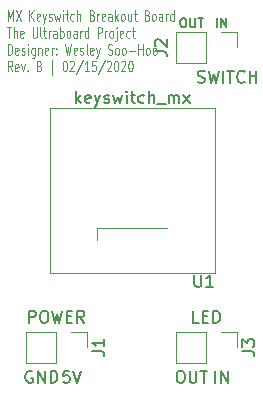
<source format=gbr>
G04 #@! TF.GenerationSoftware,KiCad,Pcbnew,5.1.5*
G04 #@! TF.CreationDate,2020-02-15T20:36:58-05:00*
G04 #@! TF.ProjectId,mx,6d782e6b-6963-4616-945f-706362585858,B*
G04 #@! TF.SameCoordinates,Original*
G04 #@! TF.FileFunction,Legend,Top*
G04 #@! TF.FilePolarity,Positive*
%FSLAX46Y46*%
G04 Gerber Fmt 4.6, Leading zero omitted, Abs format (unit mm)*
G04 Created by KiCad (PCBNEW 5.1.5) date 2020-02-15 20:36:58*
%MOMM*%
%LPD*%
G04 APERTURE LIST*
%ADD10C,0.101600*%
%ADD11C,0.150000*%
%ADD12C,0.152400*%
%ADD13C,0.120000*%
G04 APERTURE END LIST*
D10*
X124169230Y-104421516D02*
X124169230Y-103532516D01*
X124380897Y-104167516D01*
X124592563Y-103532516D01*
X124592563Y-104421516D01*
X124834468Y-103532516D02*
X125257801Y-104421516D01*
X125257801Y-103532516D02*
X124834468Y-104421516D01*
X125983516Y-104421516D02*
X125983516Y-103532516D01*
X126346373Y-104421516D02*
X126074230Y-103913516D01*
X126346373Y-103532516D02*
X125983516Y-104040516D01*
X126860420Y-104379183D02*
X126799944Y-104421516D01*
X126678992Y-104421516D01*
X126618516Y-104379183D01*
X126588278Y-104294516D01*
X126588278Y-103955850D01*
X126618516Y-103871183D01*
X126678992Y-103828850D01*
X126799944Y-103828850D01*
X126860420Y-103871183D01*
X126890659Y-103955850D01*
X126890659Y-104040516D01*
X126588278Y-104125183D01*
X127102325Y-103828850D02*
X127253516Y-104421516D01*
X127404706Y-103828850D02*
X127253516Y-104421516D01*
X127193040Y-104633183D01*
X127162801Y-104675516D01*
X127102325Y-104717850D01*
X127616373Y-104379183D02*
X127676849Y-104421516D01*
X127797801Y-104421516D01*
X127858278Y-104379183D01*
X127888516Y-104294516D01*
X127888516Y-104252183D01*
X127858278Y-104167516D01*
X127797801Y-104125183D01*
X127707087Y-104125183D01*
X127646611Y-104082850D01*
X127616373Y-103998183D01*
X127616373Y-103955850D01*
X127646611Y-103871183D01*
X127707087Y-103828850D01*
X127797801Y-103828850D01*
X127858278Y-103871183D01*
X128100182Y-103828850D02*
X128221135Y-104421516D01*
X128342087Y-103998183D01*
X128463040Y-104421516D01*
X128583992Y-103828850D01*
X128825897Y-104421516D02*
X128825897Y-103828850D01*
X128825897Y-103532516D02*
X128795659Y-103574850D01*
X128825897Y-103617183D01*
X128856135Y-103574850D01*
X128825897Y-103532516D01*
X128825897Y-103617183D01*
X129037563Y-103828850D02*
X129279468Y-103828850D01*
X129128278Y-103532516D02*
X129128278Y-104294516D01*
X129158516Y-104379183D01*
X129218992Y-104421516D01*
X129279468Y-104421516D01*
X129763278Y-104379183D02*
X129702801Y-104421516D01*
X129581849Y-104421516D01*
X129521373Y-104379183D01*
X129491135Y-104336850D01*
X129460897Y-104252183D01*
X129460897Y-103998183D01*
X129491135Y-103913516D01*
X129521373Y-103871183D01*
X129581849Y-103828850D01*
X129702801Y-103828850D01*
X129763278Y-103871183D01*
X130035420Y-104421516D02*
X130035420Y-103532516D01*
X130307563Y-104421516D02*
X130307563Y-103955850D01*
X130277325Y-103871183D01*
X130216849Y-103828850D01*
X130126135Y-103828850D01*
X130065659Y-103871183D01*
X130035420Y-103913516D01*
X131305420Y-103955850D02*
X131396135Y-103998183D01*
X131426373Y-104040516D01*
X131456611Y-104125183D01*
X131456611Y-104252183D01*
X131426373Y-104336850D01*
X131396135Y-104379183D01*
X131335659Y-104421516D01*
X131093754Y-104421516D01*
X131093754Y-103532516D01*
X131305420Y-103532516D01*
X131365897Y-103574850D01*
X131396135Y-103617183D01*
X131426373Y-103701850D01*
X131426373Y-103786516D01*
X131396135Y-103871183D01*
X131365897Y-103913516D01*
X131305420Y-103955850D01*
X131093754Y-103955850D01*
X131728754Y-104421516D02*
X131728754Y-103828850D01*
X131728754Y-103998183D02*
X131758992Y-103913516D01*
X131789230Y-103871183D01*
X131849706Y-103828850D01*
X131910182Y-103828850D01*
X132363754Y-104379183D02*
X132303278Y-104421516D01*
X132182325Y-104421516D01*
X132121849Y-104379183D01*
X132091611Y-104294516D01*
X132091611Y-103955850D01*
X132121849Y-103871183D01*
X132182325Y-103828850D01*
X132303278Y-103828850D01*
X132363754Y-103871183D01*
X132393992Y-103955850D01*
X132393992Y-104040516D01*
X132091611Y-104125183D01*
X132938278Y-104421516D02*
X132938278Y-103955850D01*
X132908040Y-103871183D01*
X132847563Y-103828850D01*
X132726611Y-103828850D01*
X132666135Y-103871183D01*
X132938278Y-104379183D02*
X132877801Y-104421516D01*
X132726611Y-104421516D01*
X132666135Y-104379183D01*
X132635897Y-104294516D01*
X132635897Y-104209850D01*
X132666135Y-104125183D01*
X132726611Y-104082850D01*
X132877801Y-104082850D01*
X132938278Y-104040516D01*
X133240659Y-104421516D02*
X133240659Y-103532516D01*
X133301135Y-104082850D02*
X133482563Y-104421516D01*
X133482563Y-103828850D02*
X133240659Y-104167516D01*
X133845420Y-104421516D02*
X133784944Y-104379183D01*
X133754706Y-104336850D01*
X133724468Y-104252183D01*
X133724468Y-103998183D01*
X133754706Y-103913516D01*
X133784944Y-103871183D01*
X133845420Y-103828850D01*
X133936135Y-103828850D01*
X133996611Y-103871183D01*
X134026849Y-103913516D01*
X134057087Y-103998183D01*
X134057087Y-104252183D01*
X134026849Y-104336850D01*
X133996611Y-104379183D01*
X133936135Y-104421516D01*
X133845420Y-104421516D01*
X134601373Y-103828850D02*
X134601373Y-104421516D01*
X134329230Y-103828850D02*
X134329230Y-104294516D01*
X134359468Y-104379183D01*
X134419944Y-104421516D01*
X134510659Y-104421516D01*
X134571135Y-104379183D01*
X134601373Y-104336850D01*
X134813040Y-103828850D02*
X135054944Y-103828850D01*
X134903754Y-103532516D02*
X134903754Y-104294516D01*
X134933992Y-104379183D01*
X134994468Y-104421516D01*
X135054944Y-104421516D01*
X135962087Y-103955850D02*
X136052801Y-103998183D01*
X136083040Y-104040516D01*
X136113278Y-104125183D01*
X136113278Y-104252183D01*
X136083040Y-104336850D01*
X136052801Y-104379183D01*
X135992325Y-104421516D01*
X135750420Y-104421516D01*
X135750420Y-103532516D01*
X135962087Y-103532516D01*
X136022563Y-103574850D01*
X136052801Y-103617183D01*
X136083040Y-103701850D01*
X136083040Y-103786516D01*
X136052801Y-103871183D01*
X136022563Y-103913516D01*
X135962087Y-103955850D01*
X135750420Y-103955850D01*
X136476135Y-104421516D02*
X136415659Y-104379183D01*
X136385420Y-104336850D01*
X136355182Y-104252183D01*
X136355182Y-103998183D01*
X136385420Y-103913516D01*
X136415659Y-103871183D01*
X136476135Y-103828850D01*
X136566849Y-103828850D01*
X136627325Y-103871183D01*
X136657563Y-103913516D01*
X136687801Y-103998183D01*
X136687801Y-104252183D01*
X136657563Y-104336850D01*
X136627325Y-104379183D01*
X136566849Y-104421516D01*
X136476135Y-104421516D01*
X137232087Y-104421516D02*
X137232087Y-103955850D01*
X137201849Y-103871183D01*
X137141373Y-103828850D01*
X137020420Y-103828850D01*
X136959944Y-103871183D01*
X137232087Y-104379183D02*
X137171611Y-104421516D01*
X137020420Y-104421516D01*
X136959944Y-104379183D01*
X136929706Y-104294516D01*
X136929706Y-104209850D01*
X136959944Y-104125183D01*
X137020420Y-104082850D01*
X137171611Y-104082850D01*
X137232087Y-104040516D01*
X137534468Y-104421516D02*
X137534468Y-103828850D01*
X137534468Y-103998183D02*
X137564706Y-103913516D01*
X137594944Y-103871183D01*
X137655420Y-103828850D01*
X137715897Y-103828850D01*
X138199706Y-104421516D02*
X138199706Y-103532516D01*
X138199706Y-104379183D02*
X138139230Y-104421516D01*
X138018278Y-104421516D01*
X137957801Y-104379183D01*
X137927563Y-104336850D01*
X137897325Y-104252183D01*
X137897325Y-103998183D01*
X137927563Y-103913516D01*
X137957801Y-103871183D01*
X138018278Y-103828850D01*
X138139230Y-103828850D01*
X138199706Y-103871183D01*
X124078516Y-104967616D02*
X124441373Y-104967616D01*
X124259944Y-105856616D02*
X124259944Y-104967616D01*
X124653040Y-105856616D02*
X124653040Y-104967616D01*
X124925182Y-105856616D02*
X124925182Y-105390950D01*
X124894944Y-105306283D01*
X124834468Y-105263950D01*
X124743754Y-105263950D01*
X124683278Y-105306283D01*
X124653040Y-105348616D01*
X125469468Y-105814283D02*
X125408992Y-105856616D01*
X125288040Y-105856616D01*
X125227563Y-105814283D01*
X125197325Y-105729616D01*
X125197325Y-105390950D01*
X125227563Y-105306283D01*
X125288040Y-105263950D01*
X125408992Y-105263950D01*
X125469468Y-105306283D01*
X125499706Y-105390950D01*
X125499706Y-105475616D01*
X125197325Y-105560283D01*
X126255659Y-104967616D02*
X126255659Y-105687283D01*
X126285897Y-105771950D01*
X126316135Y-105814283D01*
X126376611Y-105856616D01*
X126497563Y-105856616D01*
X126558040Y-105814283D01*
X126588278Y-105771950D01*
X126618516Y-105687283D01*
X126618516Y-104967616D01*
X127011611Y-105856616D02*
X126951135Y-105814283D01*
X126920897Y-105729616D01*
X126920897Y-104967616D01*
X127162801Y-105263950D02*
X127404706Y-105263950D01*
X127253516Y-104967616D02*
X127253516Y-105729616D01*
X127283754Y-105814283D01*
X127344230Y-105856616D01*
X127404706Y-105856616D01*
X127616373Y-105856616D02*
X127616373Y-105263950D01*
X127616373Y-105433283D02*
X127646611Y-105348616D01*
X127676849Y-105306283D01*
X127737325Y-105263950D01*
X127797801Y-105263950D01*
X128281611Y-105856616D02*
X128281611Y-105390950D01*
X128251373Y-105306283D01*
X128190897Y-105263950D01*
X128069944Y-105263950D01*
X128009468Y-105306283D01*
X128281611Y-105814283D02*
X128221135Y-105856616D01*
X128069944Y-105856616D01*
X128009468Y-105814283D01*
X127979230Y-105729616D01*
X127979230Y-105644950D01*
X128009468Y-105560283D01*
X128069944Y-105517950D01*
X128221135Y-105517950D01*
X128281611Y-105475616D01*
X128583992Y-105856616D02*
X128583992Y-104967616D01*
X128583992Y-105306283D02*
X128644468Y-105263950D01*
X128765420Y-105263950D01*
X128825897Y-105306283D01*
X128856135Y-105348616D01*
X128886373Y-105433283D01*
X128886373Y-105687283D01*
X128856135Y-105771950D01*
X128825897Y-105814283D01*
X128765420Y-105856616D01*
X128644468Y-105856616D01*
X128583992Y-105814283D01*
X129249230Y-105856616D02*
X129188754Y-105814283D01*
X129158516Y-105771950D01*
X129128278Y-105687283D01*
X129128278Y-105433283D01*
X129158516Y-105348616D01*
X129188754Y-105306283D01*
X129249230Y-105263950D01*
X129339944Y-105263950D01*
X129400420Y-105306283D01*
X129430659Y-105348616D01*
X129460897Y-105433283D01*
X129460897Y-105687283D01*
X129430659Y-105771950D01*
X129400420Y-105814283D01*
X129339944Y-105856616D01*
X129249230Y-105856616D01*
X130005182Y-105856616D02*
X130005182Y-105390950D01*
X129974944Y-105306283D01*
X129914468Y-105263950D01*
X129793516Y-105263950D01*
X129733040Y-105306283D01*
X130005182Y-105814283D02*
X129944706Y-105856616D01*
X129793516Y-105856616D01*
X129733040Y-105814283D01*
X129702801Y-105729616D01*
X129702801Y-105644950D01*
X129733040Y-105560283D01*
X129793516Y-105517950D01*
X129944706Y-105517950D01*
X130005182Y-105475616D01*
X130307563Y-105856616D02*
X130307563Y-105263950D01*
X130307563Y-105433283D02*
X130337801Y-105348616D01*
X130368040Y-105306283D01*
X130428516Y-105263950D01*
X130488992Y-105263950D01*
X130972801Y-105856616D02*
X130972801Y-104967616D01*
X130972801Y-105814283D02*
X130912325Y-105856616D01*
X130791373Y-105856616D01*
X130730897Y-105814283D01*
X130700659Y-105771950D01*
X130670420Y-105687283D01*
X130670420Y-105433283D01*
X130700659Y-105348616D01*
X130730897Y-105306283D01*
X130791373Y-105263950D01*
X130912325Y-105263950D01*
X130972801Y-105306283D01*
X131758992Y-105856616D02*
X131758992Y-104967616D01*
X132000897Y-104967616D01*
X132061373Y-105009950D01*
X132091611Y-105052283D01*
X132121849Y-105136950D01*
X132121849Y-105263950D01*
X132091611Y-105348616D01*
X132061373Y-105390950D01*
X132000897Y-105433283D01*
X131758992Y-105433283D01*
X132393992Y-105856616D02*
X132393992Y-105263950D01*
X132393992Y-105433283D02*
X132424230Y-105348616D01*
X132454468Y-105306283D01*
X132514944Y-105263950D01*
X132575420Y-105263950D01*
X132877801Y-105856616D02*
X132817325Y-105814283D01*
X132787087Y-105771950D01*
X132756849Y-105687283D01*
X132756849Y-105433283D01*
X132787087Y-105348616D01*
X132817325Y-105306283D01*
X132877801Y-105263950D01*
X132968516Y-105263950D01*
X133028992Y-105306283D01*
X133059230Y-105348616D01*
X133089468Y-105433283D01*
X133089468Y-105687283D01*
X133059230Y-105771950D01*
X133028992Y-105814283D01*
X132968516Y-105856616D01*
X132877801Y-105856616D01*
X133361611Y-105263950D02*
X133361611Y-106025950D01*
X133331373Y-106110616D01*
X133270897Y-106152950D01*
X133240659Y-106152950D01*
X133361611Y-104967616D02*
X133331373Y-105009950D01*
X133361611Y-105052283D01*
X133391849Y-105009950D01*
X133361611Y-104967616D01*
X133361611Y-105052283D01*
X133905897Y-105814283D02*
X133845420Y-105856616D01*
X133724468Y-105856616D01*
X133663992Y-105814283D01*
X133633754Y-105729616D01*
X133633754Y-105390950D01*
X133663992Y-105306283D01*
X133724468Y-105263950D01*
X133845420Y-105263950D01*
X133905897Y-105306283D01*
X133936135Y-105390950D01*
X133936135Y-105475616D01*
X133633754Y-105560283D01*
X134480420Y-105814283D02*
X134419944Y-105856616D01*
X134298992Y-105856616D01*
X134238516Y-105814283D01*
X134208278Y-105771950D01*
X134178040Y-105687283D01*
X134178040Y-105433283D01*
X134208278Y-105348616D01*
X134238516Y-105306283D01*
X134298992Y-105263950D01*
X134419944Y-105263950D01*
X134480420Y-105306283D01*
X134661849Y-105263950D02*
X134903754Y-105263950D01*
X134752563Y-104967616D02*
X134752563Y-105729616D01*
X134782801Y-105814283D01*
X134843278Y-105856616D01*
X134903754Y-105856616D01*
X124169230Y-107291716D02*
X124169230Y-106402716D01*
X124320420Y-106402716D01*
X124411135Y-106445050D01*
X124471611Y-106529716D01*
X124501849Y-106614383D01*
X124532087Y-106783716D01*
X124532087Y-106910716D01*
X124501849Y-107080050D01*
X124471611Y-107164716D01*
X124411135Y-107249383D01*
X124320420Y-107291716D01*
X124169230Y-107291716D01*
X125046135Y-107249383D02*
X124985659Y-107291716D01*
X124864706Y-107291716D01*
X124804230Y-107249383D01*
X124773992Y-107164716D01*
X124773992Y-106826050D01*
X124804230Y-106741383D01*
X124864706Y-106699050D01*
X124985659Y-106699050D01*
X125046135Y-106741383D01*
X125076373Y-106826050D01*
X125076373Y-106910716D01*
X124773992Y-106995383D01*
X125318278Y-107249383D02*
X125378754Y-107291716D01*
X125499706Y-107291716D01*
X125560182Y-107249383D01*
X125590420Y-107164716D01*
X125590420Y-107122383D01*
X125560182Y-107037716D01*
X125499706Y-106995383D01*
X125408992Y-106995383D01*
X125348516Y-106953050D01*
X125318278Y-106868383D01*
X125318278Y-106826050D01*
X125348516Y-106741383D01*
X125408992Y-106699050D01*
X125499706Y-106699050D01*
X125560182Y-106741383D01*
X125862563Y-107291716D02*
X125862563Y-106699050D01*
X125862563Y-106402716D02*
X125832325Y-106445050D01*
X125862563Y-106487383D01*
X125892801Y-106445050D01*
X125862563Y-106402716D01*
X125862563Y-106487383D01*
X126437087Y-106699050D02*
X126437087Y-107418716D01*
X126406849Y-107503383D01*
X126376611Y-107545716D01*
X126316135Y-107588050D01*
X126225420Y-107588050D01*
X126164944Y-107545716D01*
X126437087Y-107249383D02*
X126376611Y-107291716D01*
X126255659Y-107291716D01*
X126195182Y-107249383D01*
X126164944Y-107207050D01*
X126134706Y-107122383D01*
X126134706Y-106868383D01*
X126164944Y-106783716D01*
X126195182Y-106741383D01*
X126255659Y-106699050D01*
X126376611Y-106699050D01*
X126437087Y-106741383D01*
X126739468Y-106699050D02*
X126739468Y-107291716D01*
X126739468Y-106783716D02*
X126769706Y-106741383D01*
X126830182Y-106699050D01*
X126920897Y-106699050D01*
X126981373Y-106741383D01*
X127011611Y-106826050D01*
X127011611Y-107291716D01*
X127555897Y-107249383D02*
X127495420Y-107291716D01*
X127374468Y-107291716D01*
X127313992Y-107249383D01*
X127283754Y-107164716D01*
X127283754Y-106826050D01*
X127313992Y-106741383D01*
X127374468Y-106699050D01*
X127495420Y-106699050D01*
X127555897Y-106741383D01*
X127586135Y-106826050D01*
X127586135Y-106910716D01*
X127283754Y-106995383D01*
X127858278Y-107291716D02*
X127858278Y-106699050D01*
X127858278Y-106868383D02*
X127888516Y-106783716D01*
X127918754Y-106741383D01*
X127979230Y-106699050D01*
X128039706Y-106699050D01*
X128251373Y-107207050D02*
X128281611Y-107249383D01*
X128251373Y-107291716D01*
X128221135Y-107249383D01*
X128251373Y-107207050D01*
X128251373Y-107291716D01*
X128251373Y-106741383D02*
X128281611Y-106783716D01*
X128251373Y-106826050D01*
X128221135Y-106783716D01*
X128251373Y-106741383D01*
X128251373Y-106826050D01*
X128977087Y-106402716D02*
X129128278Y-107291716D01*
X129249230Y-106656716D01*
X129370182Y-107291716D01*
X129521373Y-106402716D01*
X130005182Y-107249383D02*
X129944706Y-107291716D01*
X129823754Y-107291716D01*
X129763278Y-107249383D01*
X129733040Y-107164716D01*
X129733040Y-106826050D01*
X129763278Y-106741383D01*
X129823754Y-106699050D01*
X129944706Y-106699050D01*
X130005182Y-106741383D01*
X130035420Y-106826050D01*
X130035420Y-106910716D01*
X129733040Y-106995383D01*
X130277325Y-107249383D02*
X130337801Y-107291716D01*
X130458754Y-107291716D01*
X130519230Y-107249383D01*
X130549468Y-107164716D01*
X130549468Y-107122383D01*
X130519230Y-107037716D01*
X130458754Y-106995383D01*
X130368040Y-106995383D01*
X130307563Y-106953050D01*
X130277325Y-106868383D01*
X130277325Y-106826050D01*
X130307563Y-106741383D01*
X130368040Y-106699050D01*
X130458754Y-106699050D01*
X130519230Y-106741383D01*
X130912325Y-107291716D02*
X130851849Y-107249383D01*
X130821611Y-107164716D01*
X130821611Y-106402716D01*
X131396135Y-107249383D02*
X131335659Y-107291716D01*
X131214706Y-107291716D01*
X131154230Y-107249383D01*
X131123992Y-107164716D01*
X131123992Y-106826050D01*
X131154230Y-106741383D01*
X131214706Y-106699050D01*
X131335659Y-106699050D01*
X131396135Y-106741383D01*
X131426373Y-106826050D01*
X131426373Y-106910716D01*
X131123992Y-106995383D01*
X131638040Y-106699050D02*
X131789230Y-107291716D01*
X131940420Y-106699050D02*
X131789230Y-107291716D01*
X131728754Y-107503383D01*
X131698516Y-107545716D01*
X131638040Y-107588050D01*
X132635897Y-107249383D02*
X132726611Y-107291716D01*
X132877801Y-107291716D01*
X132938278Y-107249383D01*
X132968516Y-107207050D01*
X132998754Y-107122383D01*
X132998754Y-107037716D01*
X132968516Y-106953050D01*
X132938278Y-106910716D01*
X132877801Y-106868383D01*
X132756849Y-106826050D01*
X132696373Y-106783716D01*
X132666135Y-106741383D01*
X132635897Y-106656716D01*
X132635897Y-106572050D01*
X132666135Y-106487383D01*
X132696373Y-106445050D01*
X132756849Y-106402716D01*
X132908040Y-106402716D01*
X132998754Y-106445050D01*
X133361611Y-107291716D02*
X133301135Y-107249383D01*
X133270897Y-107207050D01*
X133240659Y-107122383D01*
X133240659Y-106868383D01*
X133270897Y-106783716D01*
X133301135Y-106741383D01*
X133361611Y-106699050D01*
X133452325Y-106699050D01*
X133512801Y-106741383D01*
X133543040Y-106783716D01*
X133573278Y-106868383D01*
X133573278Y-107122383D01*
X133543040Y-107207050D01*
X133512801Y-107249383D01*
X133452325Y-107291716D01*
X133361611Y-107291716D01*
X133936135Y-107291716D02*
X133875659Y-107249383D01*
X133845420Y-107207050D01*
X133815182Y-107122383D01*
X133815182Y-106868383D01*
X133845420Y-106783716D01*
X133875659Y-106741383D01*
X133936135Y-106699050D01*
X134026849Y-106699050D01*
X134087325Y-106741383D01*
X134117563Y-106783716D01*
X134147801Y-106868383D01*
X134147801Y-107122383D01*
X134117563Y-107207050D01*
X134087325Y-107249383D01*
X134026849Y-107291716D01*
X133936135Y-107291716D01*
X134419944Y-106953050D02*
X134903754Y-106953050D01*
X135206135Y-107291716D02*
X135206135Y-106402716D01*
X135206135Y-106826050D02*
X135568992Y-106826050D01*
X135568992Y-107291716D02*
X135568992Y-106402716D01*
X135962087Y-107291716D02*
X135901611Y-107249383D01*
X135871373Y-107207050D01*
X135841135Y-107122383D01*
X135841135Y-106868383D01*
X135871373Y-106783716D01*
X135901611Y-106741383D01*
X135962087Y-106699050D01*
X136052801Y-106699050D01*
X136113278Y-106741383D01*
X136143516Y-106783716D01*
X136173754Y-106868383D01*
X136173754Y-107122383D01*
X136143516Y-107207050D01*
X136113278Y-107249383D01*
X136052801Y-107291716D01*
X135962087Y-107291716D01*
X136536611Y-107291716D02*
X136476135Y-107249383D01*
X136445897Y-107207050D01*
X136415659Y-107122383D01*
X136415659Y-106868383D01*
X136445897Y-106783716D01*
X136476135Y-106741383D01*
X136536611Y-106699050D01*
X136627325Y-106699050D01*
X136687801Y-106741383D01*
X136718040Y-106783716D01*
X136748278Y-106868383D01*
X136748278Y-107122383D01*
X136718040Y-107207050D01*
X136687801Y-107249383D01*
X136627325Y-107291716D01*
X136536611Y-107291716D01*
X124532087Y-108726816D02*
X124320420Y-108303483D01*
X124169230Y-108726816D02*
X124169230Y-107837816D01*
X124411135Y-107837816D01*
X124471611Y-107880150D01*
X124501849Y-107922483D01*
X124532087Y-108007150D01*
X124532087Y-108134150D01*
X124501849Y-108218816D01*
X124471611Y-108261150D01*
X124411135Y-108303483D01*
X124169230Y-108303483D01*
X125046135Y-108684483D02*
X124985659Y-108726816D01*
X124864706Y-108726816D01*
X124804230Y-108684483D01*
X124773992Y-108599816D01*
X124773992Y-108261150D01*
X124804230Y-108176483D01*
X124864706Y-108134150D01*
X124985659Y-108134150D01*
X125046135Y-108176483D01*
X125076373Y-108261150D01*
X125076373Y-108345816D01*
X124773992Y-108430483D01*
X125288040Y-108134150D02*
X125439230Y-108726816D01*
X125590420Y-108134150D01*
X125832325Y-108642150D02*
X125862563Y-108684483D01*
X125832325Y-108726816D01*
X125802087Y-108684483D01*
X125832325Y-108642150D01*
X125832325Y-108726816D01*
X126830182Y-108261150D02*
X126920897Y-108303483D01*
X126951135Y-108345816D01*
X126981373Y-108430483D01*
X126981373Y-108557483D01*
X126951135Y-108642150D01*
X126920897Y-108684483D01*
X126860420Y-108726816D01*
X126618516Y-108726816D01*
X126618516Y-107837816D01*
X126830182Y-107837816D01*
X126890659Y-107880150D01*
X126920897Y-107922483D01*
X126951135Y-108007150D01*
X126951135Y-108091816D01*
X126920897Y-108176483D01*
X126890659Y-108218816D01*
X126830182Y-108261150D01*
X126618516Y-108261150D01*
X127888516Y-109023150D02*
X127888516Y-107753150D01*
X128946849Y-107837816D02*
X129007325Y-107837816D01*
X129067801Y-107880150D01*
X129098040Y-107922483D01*
X129128278Y-108007150D01*
X129158516Y-108176483D01*
X129158516Y-108388150D01*
X129128278Y-108557483D01*
X129098040Y-108642150D01*
X129067801Y-108684483D01*
X129007325Y-108726816D01*
X128946849Y-108726816D01*
X128886373Y-108684483D01*
X128856135Y-108642150D01*
X128825897Y-108557483D01*
X128795659Y-108388150D01*
X128795659Y-108176483D01*
X128825897Y-108007150D01*
X128856135Y-107922483D01*
X128886373Y-107880150D01*
X128946849Y-107837816D01*
X129400420Y-107922483D02*
X129430659Y-107880150D01*
X129491135Y-107837816D01*
X129642325Y-107837816D01*
X129702801Y-107880150D01*
X129733040Y-107922483D01*
X129763278Y-108007150D01*
X129763278Y-108091816D01*
X129733040Y-108218816D01*
X129370182Y-108726816D01*
X129763278Y-108726816D01*
X130488992Y-107795483D02*
X129944706Y-108938483D01*
X131033278Y-108726816D02*
X130670420Y-108726816D01*
X130851849Y-108726816D02*
X130851849Y-107837816D01*
X130791373Y-107964816D01*
X130730897Y-108049483D01*
X130670420Y-108091816D01*
X131607801Y-107837816D02*
X131305420Y-107837816D01*
X131275182Y-108261150D01*
X131305420Y-108218816D01*
X131365897Y-108176483D01*
X131517087Y-108176483D01*
X131577563Y-108218816D01*
X131607801Y-108261150D01*
X131638040Y-108345816D01*
X131638040Y-108557483D01*
X131607801Y-108642150D01*
X131577563Y-108684483D01*
X131517087Y-108726816D01*
X131365897Y-108726816D01*
X131305420Y-108684483D01*
X131275182Y-108642150D01*
X132363754Y-107795483D02*
X131819468Y-108938483D01*
X132545182Y-107922483D02*
X132575420Y-107880150D01*
X132635897Y-107837816D01*
X132787087Y-107837816D01*
X132847563Y-107880150D01*
X132877801Y-107922483D01*
X132908040Y-108007150D01*
X132908040Y-108091816D01*
X132877801Y-108218816D01*
X132514944Y-108726816D01*
X132908040Y-108726816D01*
X133301135Y-107837816D02*
X133361611Y-107837816D01*
X133422087Y-107880150D01*
X133452325Y-107922483D01*
X133482563Y-108007150D01*
X133512801Y-108176483D01*
X133512801Y-108388150D01*
X133482563Y-108557483D01*
X133452325Y-108642150D01*
X133422087Y-108684483D01*
X133361611Y-108726816D01*
X133301135Y-108726816D01*
X133240659Y-108684483D01*
X133210420Y-108642150D01*
X133180182Y-108557483D01*
X133149944Y-108388150D01*
X133149944Y-108176483D01*
X133180182Y-108007150D01*
X133210420Y-107922483D01*
X133240659Y-107880150D01*
X133301135Y-107837816D01*
X133754706Y-107922483D02*
X133784944Y-107880150D01*
X133845420Y-107837816D01*
X133996611Y-107837816D01*
X134057087Y-107880150D01*
X134087325Y-107922483D01*
X134117563Y-108007150D01*
X134117563Y-108091816D01*
X134087325Y-108218816D01*
X133724468Y-108726816D01*
X134117563Y-108726816D01*
X134510659Y-107837816D02*
X134571135Y-107837816D01*
X134631611Y-107880150D01*
X134661849Y-107922483D01*
X134692087Y-108007150D01*
X134722325Y-108176483D01*
X134722325Y-108388150D01*
X134692087Y-108557483D01*
X134661849Y-108642150D01*
X134631611Y-108684483D01*
X134571135Y-108726816D01*
X134510659Y-108726816D01*
X134450182Y-108684483D01*
X134419944Y-108642150D01*
X134389706Y-108557483D01*
X134359468Y-108388150D01*
X134359468Y-108176483D01*
X134389706Y-108007150D01*
X134419944Y-107922483D01*
X134450182Y-107880150D01*
X134510659Y-107837816D01*
D11*
X138938000Y-104230714D02*
X139083142Y-104230714D01*
X139155714Y-104267000D01*
X139228285Y-104339571D01*
X139264571Y-104484714D01*
X139264571Y-104738714D01*
X139228285Y-104883857D01*
X139155714Y-104956428D01*
X139083142Y-104992714D01*
X138938000Y-104992714D01*
X138865428Y-104956428D01*
X138792857Y-104883857D01*
X138756571Y-104738714D01*
X138756571Y-104484714D01*
X138792857Y-104339571D01*
X138865428Y-104267000D01*
X138938000Y-104230714D01*
X139591142Y-104230714D02*
X139591142Y-104847571D01*
X139627428Y-104920142D01*
X139663714Y-104956428D01*
X139736285Y-104992714D01*
X139881428Y-104992714D01*
X139954000Y-104956428D01*
X139990285Y-104920142D01*
X140026571Y-104847571D01*
X140026571Y-104230714D01*
X140280571Y-104230714D02*
X140716000Y-104230714D01*
X140498285Y-104992714D02*
X140498285Y-104230714D01*
X141840857Y-104992714D02*
X141840857Y-104230714D01*
X142203714Y-104992714D02*
X142203714Y-104230714D01*
X142639142Y-104992714D01*
X142639142Y-104230714D01*
X140248000Y-109624761D02*
X140390857Y-109672380D01*
X140628952Y-109672380D01*
X140724190Y-109624761D01*
X140771809Y-109577142D01*
X140819428Y-109481904D01*
X140819428Y-109386666D01*
X140771809Y-109291428D01*
X140724190Y-109243809D01*
X140628952Y-109196190D01*
X140438476Y-109148571D01*
X140343238Y-109100952D01*
X140295619Y-109053333D01*
X140248000Y-108958095D01*
X140248000Y-108862857D01*
X140295619Y-108767619D01*
X140343238Y-108720000D01*
X140438476Y-108672380D01*
X140676571Y-108672380D01*
X140819428Y-108720000D01*
X141152761Y-108672380D02*
X141390857Y-109672380D01*
X141581333Y-108958095D01*
X141771809Y-109672380D01*
X142009904Y-108672380D01*
X142390857Y-109672380D02*
X142390857Y-108672380D01*
X142724190Y-108672380D02*
X143295619Y-108672380D01*
X143009904Y-109672380D02*
X143009904Y-108672380D01*
X144200380Y-109577142D02*
X144152761Y-109624761D01*
X144009904Y-109672380D01*
X143914666Y-109672380D01*
X143771809Y-109624761D01*
X143676571Y-109529523D01*
X143628952Y-109434285D01*
X143581333Y-109243809D01*
X143581333Y-109100952D01*
X143628952Y-108910476D01*
X143676571Y-108815238D01*
X143771809Y-108720000D01*
X143914666Y-108672380D01*
X144009904Y-108672380D01*
X144152761Y-108720000D01*
X144200380Y-108767619D01*
X144628952Y-109672380D02*
X144628952Y-108672380D01*
X144628952Y-109148571D02*
X145200380Y-109148571D01*
X145200380Y-109672380D02*
X145200380Y-108672380D01*
X125960476Y-129992380D02*
X125960476Y-128992380D01*
X126341428Y-128992380D01*
X126436666Y-129040000D01*
X126484285Y-129087619D01*
X126531904Y-129182857D01*
X126531904Y-129325714D01*
X126484285Y-129420952D01*
X126436666Y-129468571D01*
X126341428Y-129516190D01*
X125960476Y-129516190D01*
X127150952Y-128992380D02*
X127341428Y-128992380D01*
X127436666Y-129040000D01*
X127531904Y-129135238D01*
X127579523Y-129325714D01*
X127579523Y-129659047D01*
X127531904Y-129849523D01*
X127436666Y-129944761D01*
X127341428Y-129992380D01*
X127150952Y-129992380D01*
X127055714Y-129944761D01*
X126960476Y-129849523D01*
X126912857Y-129659047D01*
X126912857Y-129325714D01*
X126960476Y-129135238D01*
X127055714Y-129040000D01*
X127150952Y-128992380D01*
X127912857Y-128992380D02*
X128150952Y-129992380D01*
X128341428Y-129278095D01*
X128531904Y-129992380D01*
X128770000Y-128992380D01*
X129150952Y-129468571D02*
X129484285Y-129468571D01*
X129627142Y-129992380D02*
X129150952Y-129992380D01*
X129150952Y-128992380D01*
X129627142Y-128992380D01*
X130627142Y-129992380D02*
X130293809Y-129516190D01*
X130055714Y-129992380D02*
X130055714Y-128992380D01*
X130436666Y-128992380D01*
X130531904Y-129040000D01*
X130579523Y-129087619D01*
X130627142Y-129182857D01*
X130627142Y-129325714D01*
X130579523Y-129420952D01*
X130531904Y-129468571D01*
X130436666Y-129516190D01*
X130055714Y-129516190D01*
X140327142Y-129992380D02*
X139850952Y-129992380D01*
X139850952Y-128992380D01*
X140660476Y-129468571D02*
X140993809Y-129468571D01*
X141136666Y-129992380D02*
X140660476Y-129992380D01*
X140660476Y-128992380D01*
X141136666Y-128992380D01*
X141565238Y-129992380D02*
X141565238Y-128992380D01*
X141803333Y-128992380D01*
X141946190Y-129040000D01*
X142041428Y-129135238D01*
X142089047Y-129230476D01*
X142136666Y-129420952D01*
X142136666Y-129563809D01*
X142089047Y-129754285D01*
X142041428Y-129849523D01*
X141946190Y-129944761D01*
X141803333Y-129992380D01*
X141565238Y-129992380D01*
X141716190Y-135072380D02*
X141716190Y-134072380D01*
X142192380Y-135072380D02*
X142192380Y-134072380D01*
X142763809Y-135072380D01*
X142763809Y-134072380D01*
X138700000Y-134072380D02*
X138890476Y-134072380D01*
X138985714Y-134120000D01*
X139080952Y-134215238D01*
X139128571Y-134405714D01*
X139128571Y-134739047D01*
X139080952Y-134929523D01*
X138985714Y-135024761D01*
X138890476Y-135072380D01*
X138700000Y-135072380D01*
X138604761Y-135024761D01*
X138509523Y-134929523D01*
X138461904Y-134739047D01*
X138461904Y-134405714D01*
X138509523Y-134215238D01*
X138604761Y-134120000D01*
X138700000Y-134072380D01*
X139557142Y-134072380D02*
X139557142Y-134881904D01*
X139604761Y-134977142D01*
X139652380Y-135024761D01*
X139747619Y-135072380D01*
X139938095Y-135072380D01*
X140033333Y-135024761D01*
X140080952Y-134977142D01*
X140128571Y-134881904D01*
X140128571Y-134072380D01*
X140461904Y-134072380D02*
X141033333Y-134072380D01*
X140747619Y-135072380D02*
X140747619Y-134072380D01*
X129349523Y-134072380D02*
X128873333Y-134072380D01*
X128825714Y-134548571D01*
X128873333Y-134500952D01*
X128968571Y-134453333D01*
X129206666Y-134453333D01*
X129301904Y-134500952D01*
X129349523Y-134548571D01*
X129397142Y-134643809D01*
X129397142Y-134881904D01*
X129349523Y-134977142D01*
X129301904Y-135024761D01*
X129206666Y-135072380D01*
X128968571Y-135072380D01*
X128873333Y-135024761D01*
X128825714Y-134977142D01*
X129682857Y-134072380D02*
X130016190Y-135072380D01*
X130349523Y-134072380D01*
D12*
X126225904Y-134112000D02*
X126129142Y-134063619D01*
X125984000Y-134063619D01*
X125838857Y-134112000D01*
X125742095Y-134208761D01*
X125693714Y-134305523D01*
X125645333Y-134499047D01*
X125645333Y-134644190D01*
X125693714Y-134837714D01*
X125742095Y-134934476D01*
X125838857Y-135031238D01*
X125984000Y-135079619D01*
X126080761Y-135079619D01*
X126225904Y-135031238D01*
X126274285Y-134982857D01*
X126274285Y-134644190D01*
X126080761Y-134644190D01*
X126709714Y-135079619D02*
X126709714Y-134063619D01*
X127290285Y-135079619D01*
X127290285Y-134063619D01*
X127774095Y-135079619D02*
X127774095Y-134063619D01*
X128016000Y-134063619D01*
X128161142Y-134112000D01*
X128257904Y-134208761D01*
X128306285Y-134305523D01*
X128354666Y-134499047D01*
X128354666Y-134644190D01*
X128306285Y-134837714D01*
X128257904Y-134934476D01*
X128161142Y-135031238D01*
X128016000Y-135079619D01*
X127774095Y-135079619D01*
D13*
X131745001Y-121950001D02*
X137645001Y-121950001D01*
X131745001Y-123025001D02*
X131745001Y-121950001D01*
X141680001Y-125805001D02*
X127710001Y-125805001D01*
X127710001Y-111835001D02*
X141680001Y-111835001D01*
X141680001Y-111835001D02*
X141680001Y-125805001D01*
X127710001Y-125805001D02*
X127710001Y-111835001D01*
X125670000Y-130750000D02*
X125670000Y-133410000D01*
X128270000Y-130750000D02*
X125670000Y-130750000D01*
X128270000Y-133410000D02*
X125670000Y-133410000D01*
X128270000Y-130750000D02*
X128270000Y-133410000D01*
X129540000Y-130750000D02*
X130870000Y-130750000D01*
X130870000Y-130750000D02*
X130870000Y-132080000D01*
X143570000Y-105350000D02*
X143570000Y-106680000D01*
X142240000Y-105350000D02*
X143570000Y-105350000D01*
X140970000Y-105350000D02*
X140970000Y-108010000D01*
X140970000Y-108010000D02*
X138370000Y-108010000D01*
X140970000Y-105350000D02*
X138370000Y-105350000D01*
X138370000Y-105350000D02*
X138370000Y-108010000D01*
X138370000Y-130750000D02*
X138370000Y-133410000D01*
X140970000Y-130750000D02*
X138370000Y-130750000D01*
X140970000Y-133410000D02*
X138370000Y-133410000D01*
X140970000Y-130750000D02*
X140970000Y-133410000D01*
X142240000Y-130750000D02*
X143570000Y-130750000D01*
X143570000Y-130750000D02*
X143570000Y-132080000D01*
D11*
X139954095Y-125944380D02*
X139954095Y-126753904D01*
X140001714Y-126849142D01*
X140049333Y-126896761D01*
X140144571Y-126944380D01*
X140335047Y-126944380D01*
X140430285Y-126896761D01*
X140477904Y-126849142D01*
X140525523Y-126753904D01*
X140525523Y-125944380D01*
X141525523Y-126944380D02*
X140954095Y-126944380D01*
X141239809Y-126944380D02*
X141239809Y-125944380D01*
X141144571Y-126087238D01*
X141049333Y-126182476D01*
X140954095Y-126230095D01*
X129933096Y-111398381D02*
X129933096Y-110398381D01*
X130028334Y-111017429D02*
X130314048Y-111398381D01*
X130314048Y-110731715D02*
X129933096Y-111112667D01*
X131123572Y-111350762D02*
X131028334Y-111398381D01*
X130837858Y-111398381D01*
X130742620Y-111350762D01*
X130695001Y-111255524D01*
X130695001Y-110874572D01*
X130742620Y-110779334D01*
X130837858Y-110731715D01*
X131028334Y-110731715D01*
X131123572Y-110779334D01*
X131171191Y-110874572D01*
X131171191Y-110969810D01*
X130695001Y-111065048D01*
X131504524Y-110731715D02*
X131742620Y-111398381D01*
X131980715Y-110731715D02*
X131742620Y-111398381D01*
X131647381Y-111636477D01*
X131599762Y-111684096D01*
X131504524Y-111731715D01*
X132314048Y-111350762D02*
X132409286Y-111398381D01*
X132599762Y-111398381D01*
X132695001Y-111350762D01*
X132742620Y-111255524D01*
X132742620Y-111207905D01*
X132695001Y-111112667D01*
X132599762Y-111065048D01*
X132456905Y-111065048D01*
X132361667Y-111017429D01*
X132314048Y-110922191D01*
X132314048Y-110874572D01*
X132361667Y-110779334D01*
X132456905Y-110731715D01*
X132599762Y-110731715D01*
X132695001Y-110779334D01*
X133075953Y-110731715D02*
X133266429Y-111398381D01*
X133456905Y-110922191D01*
X133647381Y-111398381D01*
X133837858Y-110731715D01*
X134218810Y-111398381D02*
X134218810Y-110731715D01*
X134218810Y-110398381D02*
X134171191Y-110446001D01*
X134218810Y-110493620D01*
X134266429Y-110446001D01*
X134218810Y-110398381D01*
X134218810Y-110493620D01*
X134552143Y-110731715D02*
X134933096Y-110731715D01*
X134695001Y-110398381D02*
X134695001Y-111255524D01*
X134742620Y-111350762D01*
X134837858Y-111398381D01*
X134933096Y-111398381D01*
X135695001Y-111350762D02*
X135599762Y-111398381D01*
X135409286Y-111398381D01*
X135314048Y-111350762D01*
X135266429Y-111303143D01*
X135218810Y-111207905D01*
X135218810Y-110922191D01*
X135266429Y-110826953D01*
X135314048Y-110779334D01*
X135409286Y-110731715D01*
X135599762Y-110731715D01*
X135695001Y-110779334D01*
X136123572Y-111398381D02*
X136123572Y-110398381D01*
X136552143Y-111398381D02*
X136552143Y-110874572D01*
X136504524Y-110779334D01*
X136409286Y-110731715D01*
X136266429Y-110731715D01*
X136171191Y-110779334D01*
X136123572Y-110826953D01*
X136790239Y-111493620D02*
X137552143Y-111493620D01*
X137790239Y-111398381D02*
X137790239Y-110731715D01*
X137790239Y-110826953D02*
X137837858Y-110779334D01*
X137933096Y-110731715D01*
X138075953Y-110731715D01*
X138171191Y-110779334D01*
X138218810Y-110874572D01*
X138218810Y-111398381D01*
X138218810Y-110874572D02*
X138266429Y-110779334D01*
X138361667Y-110731715D01*
X138504524Y-110731715D01*
X138599762Y-110779334D01*
X138647381Y-110874572D01*
X138647381Y-111398381D01*
X139028334Y-111398381D02*
X139552143Y-110731715D01*
X139028334Y-110731715D02*
X139552143Y-111398381D01*
X131322380Y-132413333D02*
X132036666Y-132413333D01*
X132179523Y-132460952D01*
X132274761Y-132556190D01*
X132322380Y-132699047D01*
X132322380Y-132794285D01*
X132322380Y-131413333D02*
X132322380Y-131984761D01*
X132322380Y-131699047D02*
X131322380Y-131699047D01*
X131465238Y-131794285D01*
X131560476Y-131889523D01*
X131608095Y-131984761D01*
X136612380Y-107013333D02*
X137326666Y-107013333D01*
X137469523Y-107060952D01*
X137564761Y-107156190D01*
X137612380Y-107299047D01*
X137612380Y-107394285D01*
X136707619Y-106584761D02*
X136660000Y-106537142D01*
X136612380Y-106441904D01*
X136612380Y-106203809D01*
X136660000Y-106108571D01*
X136707619Y-106060952D01*
X136802857Y-106013333D01*
X136898095Y-106013333D01*
X137040952Y-106060952D01*
X137612380Y-106632380D01*
X137612380Y-106013333D01*
X144022380Y-132413333D02*
X144736666Y-132413333D01*
X144879523Y-132460952D01*
X144974761Y-132556190D01*
X145022380Y-132699047D01*
X145022380Y-132794285D01*
X144022380Y-132032380D02*
X144022380Y-131413333D01*
X144403333Y-131746666D01*
X144403333Y-131603809D01*
X144450952Y-131508571D01*
X144498571Y-131460952D01*
X144593809Y-131413333D01*
X144831904Y-131413333D01*
X144927142Y-131460952D01*
X144974761Y-131508571D01*
X145022380Y-131603809D01*
X145022380Y-131889523D01*
X144974761Y-131984761D01*
X144927142Y-132032380D01*
M02*

</source>
